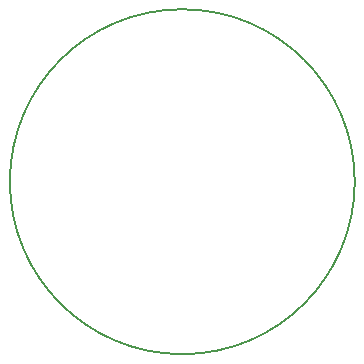
<source format=gbr>
%TF.GenerationSoftware,KiCad,Pcbnew,8.0.7*%
%TF.CreationDate,2025-01-11T23:39:27+09:00*%
%TF.ProjectId,epaper-smart-watch,65706170-6572-42d7-936d-6172742d7761,rev?*%
%TF.SameCoordinates,Original*%
%TF.FileFunction,Profile,NP*%
%FSLAX46Y46*%
G04 Gerber Fmt 4.6, Leading zero omitted, Abs format (unit mm)*
G04 Created by KiCad (PCBNEW 8.0.7) date 2025-01-11 23:39:27*
%MOMM*%
%LPD*%
G01*
G04 APERTURE LIST*
%TA.AperFunction,Profile*%
%ADD10C,0.200000*%
%TD*%
G04 APERTURE END LIST*
D10*
X158400000Y-96000000D02*
G75*
G02*
X129200000Y-96000000I-14600000J0D01*
G01*
X129200000Y-96000000D02*
G75*
G02*
X158400000Y-96000000I14600000J0D01*
G01*
M02*

</source>
